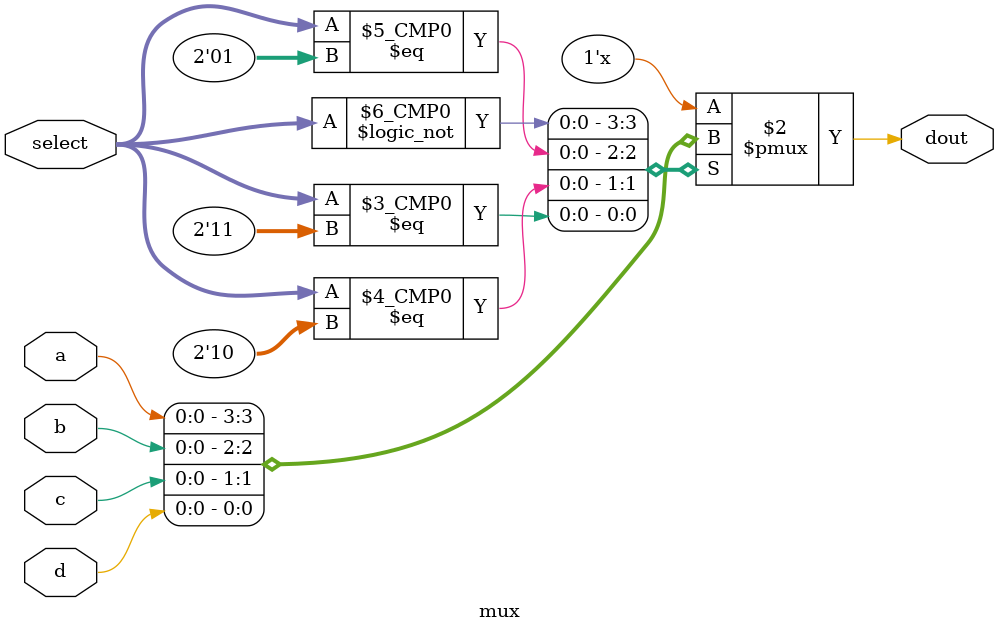
<source format=v>
`timescale 1ns / 1ps


module mux(
    input a,
    input b,
    input c,
    input d,
    input [1:0] select, //2 bit
    output reg dout
    );
    
    always @(a,b,c,d,select[1:0])
    case (select)
    2'b00:dout=a;
    2'b01:dout=b;
    2'b10:dout=c;
    2'b11:dout=d;
    endcase
    /*This Verilog code implements a 4-to-1 multiplexer. 
    It selects one of four input signals (a,b,c,d) 
    based on the value of the 2-bit select signal 
    (select[1:0]). The selected input is assigned 
    to the output signal (dout).*/
endmodule

</source>
